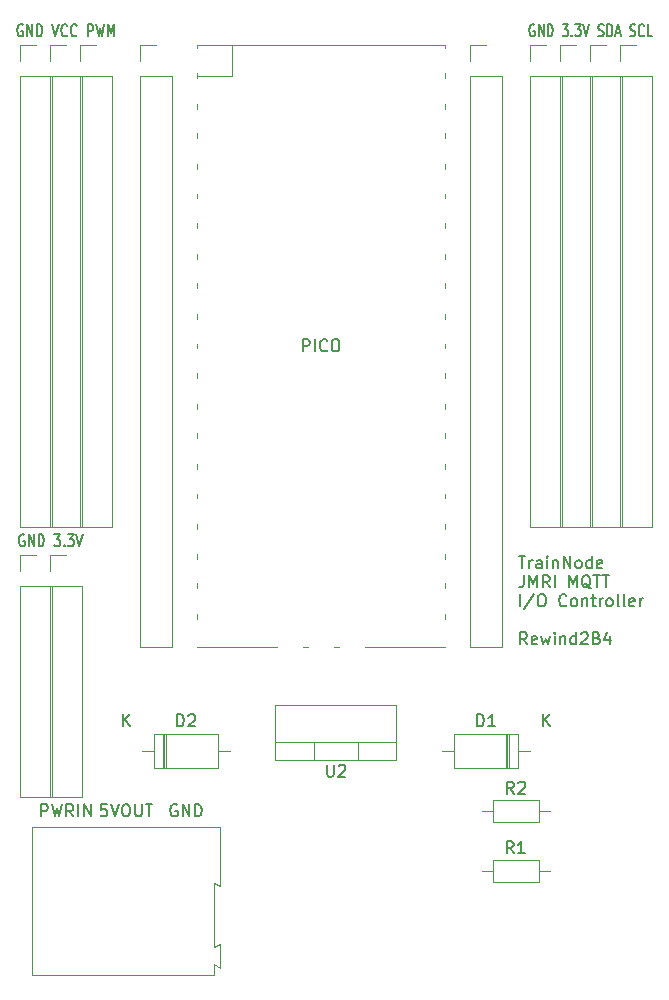
<source format=gto>
G04 #@! TF.GenerationSoftware,KiCad,Pcbnew,6.0.2+dfsg-1*
G04 #@! TF.CreationDate,2024-08-17T12:20:11+10:00*
G04 #@! TF.ProjectId,MQTTDecoderExpansionBoard,4d515454-4465-4636-9f64-657245787061,A*
G04 #@! TF.SameCoordinates,Original*
G04 #@! TF.FileFunction,Legend,Top*
G04 #@! TF.FilePolarity,Positive*
%FSLAX46Y46*%
G04 Gerber Fmt 4.6, Leading zero omitted, Abs format (unit mm)*
G04 Created by KiCad (PCBNEW 6.0.2+dfsg-1) date 2024-08-17 12:20:11*
%MOMM*%
%LPD*%
G01*
G04 APERTURE LIST*
%ADD10C,0.200000*%
%ADD11C,0.187500*%
%ADD12C,0.150000*%
%ADD13C,0.120000*%
G04 APERTURE END LIST*
D10*
X117284761Y-117292380D02*
X117284761Y-116292380D01*
X117665714Y-116292380D01*
X117760952Y-116340000D01*
X117808571Y-116387619D01*
X117856190Y-116482857D01*
X117856190Y-116625714D01*
X117808571Y-116720952D01*
X117760952Y-116768571D01*
X117665714Y-116816190D01*
X117284761Y-116816190D01*
X118189523Y-116292380D02*
X118427619Y-117292380D01*
X118618095Y-116578095D01*
X118808571Y-117292380D01*
X119046666Y-116292380D01*
X119999047Y-117292380D02*
X119665714Y-116816190D01*
X119427619Y-117292380D02*
X119427619Y-116292380D01*
X119808571Y-116292380D01*
X119903809Y-116340000D01*
X119951428Y-116387619D01*
X119999047Y-116482857D01*
X119999047Y-116625714D01*
X119951428Y-116720952D01*
X119903809Y-116768571D01*
X119808571Y-116816190D01*
X119427619Y-116816190D01*
X120427619Y-117292380D02*
X120427619Y-116292380D01*
X120903809Y-117292380D02*
X120903809Y-116292380D01*
X121475238Y-117292380D01*
X121475238Y-116292380D01*
X122845952Y-116292380D02*
X122369761Y-116292380D01*
X122322142Y-116768571D01*
X122369761Y-116720952D01*
X122465000Y-116673333D01*
X122703095Y-116673333D01*
X122798333Y-116720952D01*
X122845952Y-116768571D01*
X122893571Y-116863809D01*
X122893571Y-117101904D01*
X122845952Y-117197142D01*
X122798333Y-117244761D01*
X122703095Y-117292380D01*
X122465000Y-117292380D01*
X122369761Y-117244761D01*
X122322142Y-117197142D01*
X123179285Y-116292380D02*
X123512619Y-117292380D01*
X123845952Y-116292380D01*
X124369761Y-116292380D02*
X124560238Y-116292380D01*
X124655476Y-116340000D01*
X124750714Y-116435238D01*
X124798333Y-116625714D01*
X124798333Y-116959047D01*
X124750714Y-117149523D01*
X124655476Y-117244761D01*
X124560238Y-117292380D01*
X124369761Y-117292380D01*
X124274523Y-117244761D01*
X124179285Y-117149523D01*
X124131666Y-116959047D01*
X124131666Y-116625714D01*
X124179285Y-116435238D01*
X124274523Y-116340000D01*
X124369761Y-116292380D01*
X125226904Y-116292380D02*
X125226904Y-117101904D01*
X125274523Y-117197142D01*
X125322142Y-117244761D01*
X125417380Y-117292380D01*
X125607857Y-117292380D01*
X125703095Y-117244761D01*
X125750714Y-117197142D01*
X125798333Y-117101904D01*
X125798333Y-116292380D01*
X126131666Y-116292380D02*
X126703095Y-116292380D01*
X126417380Y-117292380D02*
X126417380Y-116292380D01*
X128778095Y-116340000D02*
X128682857Y-116292380D01*
X128540000Y-116292380D01*
X128397142Y-116340000D01*
X128301904Y-116435238D01*
X128254285Y-116530476D01*
X128206666Y-116720952D01*
X128206666Y-116863809D01*
X128254285Y-117054285D01*
X128301904Y-117149523D01*
X128397142Y-117244761D01*
X128540000Y-117292380D01*
X128635238Y-117292380D01*
X128778095Y-117244761D01*
X128825714Y-117197142D01*
X128825714Y-116863809D01*
X128635238Y-116863809D01*
X129254285Y-117292380D02*
X129254285Y-116292380D01*
X129825714Y-117292380D01*
X129825714Y-116292380D01*
X130301904Y-117292380D02*
X130301904Y-116292380D01*
X130540000Y-116292380D01*
X130682857Y-116340000D01*
X130778095Y-116435238D01*
X130825714Y-116530476D01*
X130873333Y-116720952D01*
X130873333Y-116863809D01*
X130825714Y-117054285D01*
X130778095Y-117149523D01*
X130682857Y-117244761D01*
X130540000Y-117292380D01*
X130301904Y-117292380D01*
D11*
X159037857Y-50300000D02*
X158966428Y-50252380D01*
X158859285Y-50252380D01*
X158752142Y-50300000D01*
X158680714Y-50395238D01*
X158645000Y-50490476D01*
X158609285Y-50680952D01*
X158609285Y-50823809D01*
X158645000Y-51014285D01*
X158680714Y-51109523D01*
X158752142Y-51204761D01*
X158859285Y-51252380D01*
X158930714Y-51252380D01*
X159037857Y-51204761D01*
X159073571Y-51157142D01*
X159073571Y-50823809D01*
X158930714Y-50823809D01*
X159395000Y-51252380D02*
X159395000Y-50252380D01*
X159823571Y-51252380D01*
X159823571Y-50252380D01*
X160180714Y-51252380D02*
X160180714Y-50252380D01*
X160359285Y-50252380D01*
X160466428Y-50300000D01*
X160537857Y-50395238D01*
X160573571Y-50490476D01*
X160609285Y-50680952D01*
X160609285Y-50823809D01*
X160573571Y-51014285D01*
X160537857Y-51109523D01*
X160466428Y-51204761D01*
X160359285Y-51252380D01*
X160180714Y-51252380D01*
X161430714Y-50252380D02*
X161895000Y-50252380D01*
X161645000Y-50633333D01*
X161752142Y-50633333D01*
X161823571Y-50680952D01*
X161859285Y-50728571D01*
X161895000Y-50823809D01*
X161895000Y-51061904D01*
X161859285Y-51157142D01*
X161823571Y-51204761D01*
X161752142Y-51252380D01*
X161537857Y-51252380D01*
X161466428Y-51204761D01*
X161430714Y-51157142D01*
X162216428Y-51157142D02*
X162252142Y-51204761D01*
X162216428Y-51252380D01*
X162180714Y-51204761D01*
X162216428Y-51157142D01*
X162216428Y-51252380D01*
X162502142Y-50252380D02*
X162966428Y-50252380D01*
X162716428Y-50633333D01*
X162823571Y-50633333D01*
X162895000Y-50680952D01*
X162930714Y-50728571D01*
X162966428Y-50823809D01*
X162966428Y-51061904D01*
X162930714Y-51157142D01*
X162895000Y-51204761D01*
X162823571Y-51252380D01*
X162609285Y-51252380D01*
X162537857Y-51204761D01*
X162502142Y-51157142D01*
X163180714Y-50252380D02*
X163430714Y-51252380D01*
X163680714Y-50252380D01*
X164466428Y-51204761D02*
X164573571Y-51252380D01*
X164752142Y-51252380D01*
X164823571Y-51204761D01*
X164859285Y-51157142D01*
X164895000Y-51061904D01*
X164895000Y-50966666D01*
X164859285Y-50871428D01*
X164823571Y-50823809D01*
X164752142Y-50776190D01*
X164609285Y-50728571D01*
X164537857Y-50680952D01*
X164502142Y-50633333D01*
X164466428Y-50538095D01*
X164466428Y-50442857D01*
X164502142Y-50347619D01*
X164537857Y-50300000D01*
X164609285Y-50252380D01*
X164787857Y-50252380D01*
X164895000Y-50300000D01*
X165216428Y-51252380D02*
X165216428Y-50252380D01*
X165395000Y-50252380D01*
X165502142Y-50300000D01*
X165573571Y-50395238D01*
X165609285Y-50490476D01*
X165645000Y-50680952D01*
X165645000Y-50823809D01*
X165609285Y-51014285D01*
X165573571Y-51109523D01*
X165502142Y-51204761D01*
X165395000Y-51252380D01*
X165216428Y-51252380D01*
X165930714Y-50966666D02*
X166287857Y-50966666D01*
X165859285Y-51252380D02*
X166109285Y-50252380D01*
X166359285Y-51252380D01*
X167145000Y-51204761D02*
X167252142Y-51252380D01*
X167430714Y-51252380D01*
X167502142Y-51204761D01*
X167537857Y-51157142D01*
X167573571Y-51061904D01*
X167573571Y-50966666D01*
X167537857Y-50871428D01*
X167502142Y-50823809D01*
X167430714Y-50776190D01*
X167287857Y-50728571D01*
X167216428Y-50680952D01*
X167180714Y-50633333D01*
X167145000Y-50538095D01*
X167145000Y-50442857D01*
X167180714Y-50347619D01*
X167216428Y-50300000D01*
X167287857Y-50252380D01*
X167466428Y-50252380D01*
X167573571Y-50300000D01*
X168323571Y-51157142D02*
X168287857Y-51204761D01*
X168180714Y-51252380D01*
X168109285Y-51252380D01*
X168002142Y-51204761D01*
X167930714Y-51109523D01*
X167895000Y-51014285D01*
X167859285Y-50823809D01*
X167859285Y-50680952D01*
X167895000Y-50490476D01*
X167930714Y-50395238D01*
X168002142Y-50300000D01*
X168109285Y-50252380D01*
X168180714Y-50252380D01*
X168287857Y-50300000D01*
X168323571Y-50347619D01*
X169002142Y-51252380D02*
X168645000Y-51252380D01*
X168645000Y-50252380D01*
D10*
X115840476Y-93480000D02*
X115764285Y-93432380D01*
X115650000Y-93432380D01*
X115535714Y-93480000D01*
X115459523Y-93575238D01*
X115421428Y-93670476D01*
X115383333Y-93860952D01*
X115383333Y-94003809D01*
X115421428Y-94194285D01*
X115459523Y-94289523D01*
X115535714Y-94384761D01*
X115650000Y-94432380D01*
X115726190Y-94432380D01*
X115840476Y-94384761D01*
X115878571Y-94337142D01*
X115878571Y-94003809D01*
X115726190Y-94003809D01*
X116221428Y-94432380D02*
X116221428Y-93432380D01*
X116678571Y-94432380D01*
X116678571Y-93432380D01*
X117059523Y-94432380D02*
X117059523Y-93432380D01*
X117250000Y-93432380D01*
X117364285Y-93480000D01*
X117440476Y-93575238D01*
X117478571Y-93670476D01*
X117516666Y-93860952D01*
X117516666Y-94003809D01*
X117478571Y-94194285D01*
X117440476Y-94289523D01*
X117364285Y-94384761D01*
X117250000Y-94432380D01*
X117059523Y-94432380D01*
X118392857Y-93432380D02*
X118888095Y-93432380D01*
X118621428Y-93813333D01*
X118735714Y-93813333D01*
X118811904Y-93860952D01*
X118850000Y-93908571D01*
X118888095Y-94003809D01*
X118888095Y-94241904D01*
X118850000Y-94337142D01*
X118811904Y-94384761D01*
X118735714Y-94432380D01*
X118507142Y-94432380D01*
X118430952Y-94384761D01*
X118392857Y-94337142D01*
X119230952Y-94337142D02*
X119269047Y-94384761D01*
X119230952Y-94432380D01*
X119192857Y-94384761D01*
X119230952Y-94337142D01*
X119230952Y-94432380D01*
X119535714Y-93432380D02*
X120030952Y-93432380D01*
X119764285Y-93813333D01*
X119878571Y-93813333D01*
X119954761Y-93860952D01*
X119992857Y-93908571D01*
X120030952Y-94003809D01*
X120030952Y-94241904D01*
X119992857Y-94337142D01*
X119954761Y-94384761D01*
X119878571Y-94432380D01*
X119650000Y-94432380D01*
X119573809Y-94384761D01*
X119535714Y-94337142D01*
X120259523Y-93432380D02*
X120526190Y-94432380D01*
X120792857Y-93432380D01*
X115703809Y-50300000D02*
X115627619Y-50252380D01*
X115513333Y-50252380D01*
X115399047Y-50300000D01*
X115322857Y-50395238D01*
X115284761Y-50490476D01*
X115246666Y-50680952D01*
X115246666Y-50823809D01*
X115284761Y-51014285D01*
X115322857Y-51109523D01*
X115399047Y-51204761D01*
X115513333Y-51252380D01*
X115589523Y-51252380D01*
X115703809Y-51204761D01*
X115741904Y-51157142D01*
X115741904Y-50823809D01*
X115589523Y-50823809D01*
X116084761Y-51252380D02*
X116084761Y-50252380D01*
X116541904Y-51252380D01*
X116541904Y-50252380D01*
X116922857Y-51252380D02*
X116922857Y-50252380D01*
X117113333Y-50252380D01*
X117227619Y-50300000D01*
X117303809Y-50395238D01*
X117341904Y-50490476D01*
X117380000Y-50680952D01*
X117380000Y-50823809D01*
X117341904Y-51014285D01*
X117303809Y-51109523D01*
X117227619Y-51204761D01*
X117113333Y-51252380D01*
X116922857Y-51252380D01*
X118218095Y-50252380D02*
X118484761Y-51252380D01*
X118751428Y-50252380D01*
X119475238Y-51157142D02*
X119437142Y-51204761D01*
X119322857Y-51252380D01*
X119246666Y-51252380D01*
X119132380Y-51204761D01*
X119056190Y-51109523D01*
X119018095Y-51014285D01*
X118980000Y-50823809D01*
X118980000Y-50680952D01*
X119018095Y-50490476D01*
X119056190Y-50395238D01*
X119132380Y-50300000D01*
X119246666Y-50252380D01*
X119322857Y-50252380D01*
X119437142Y-50300000D01*
X119475238Y-50347619D01*
X120275238Y-51157142D02*
X120237142Y-51204761D01*
X120122857Y-51252380D01*
X120046666Y-51252380D01*
X119932380Y-51204761D01*
X119856190Y-51109523D01*
X119818095Y-51014285D01*
X119780000Y-50823809D01*
X119780000Y-50680952D01*
X119818095Y-50490476D01*
X119856190Y-50395238D01*
X119932380Y-50300000D01*
X120046666Y-50252380D01*
X120122857Y-50252380D01*
X120237142Y-50300000D01*
X120275238Y-50347619D01*
X121227619Y-51252380D02*
X121227619Y-50252380D01*
X121532380Y-50252380D01*
X121608571Y-50300000D01*
X121646666Y-50347619D01*
X121684761Y-50442857D01*
X121684761Y-50585714D01*
X121646666Y-50680952D01*
X121608571Y-50728571D01*
X121532380Y-50776190D01*
X121227619Y-50776190D01*
X121951428Y-50252380D02*
X122141904Y-51252380D01*
X122294285Y-50538095D01*
X122446666Y-51252380D01*
X122637142Y-50252380D01*
X122941904Y-51252380D02*
X122941904Y-50252380D01*
X123208571Y-50966666D01*
X123475238Y-50252380D01*
X123475238Y-51252380D01*
X157705238Y-95292380D02*
X158276666Y-95292380D01*
X157990952Y-96292380D02*
X157990952Y-95292380D01*
X158610000Y-96292380D02*
X158610000Y-95625714D01*
X158610000Y-95816190D02*
X158657619Y-95720952D01*
X158705238Y-95673333D01*
X158800476Y-95625714D01*
X158895714Y-95625714D01*
X159657619Y-96292380D02*
X159657619Y-95768571D01*
X159610000Y-95673333D01*
X159514761Y-95625714D01*
X159324285Y-95625714D01*
X159229047Y-95673333D01*
X159657619Y-96244761D02*
X159562380Y-96292380D01*
X159324285Y-96292380D01*
X159229047Y-96244761D01*
X159181428Y-96149523D01*
X159181428Y-96054285D01*
X159229047Y-95959047D01*
X159324285Y-95911428D01*
X159562380Y-95911428D01*
X159657619Y-95863809D01*
X160133809Y-96292380D02*
X160133809Y-95625714D01*
X160133809Y-95292380D02*
X160086190Y-95340000D01*
X160133809Y-95387619D01*
X160181428Y-95340000D01*
X160133809Y-95292380D01*
X160133809Y-95387619D01*
X160610000Y-95625714D02*
X160610000Y-96292380D01*
X160610000Y-95720952D02*
X160657619Y-95673333D01*
X160752857Y-95625714D01*
X160895714Y-95625714D01*
X160990952Y-95673333D01*
X161038571Y-95768571D01*
X161038571Y-96292380D01*
X161514761Y-96292380D02*
X161514761Y-95292380D01*
X162086190Y-96292380D01*
X162086190Y-95292380D01*
X162705238Y-96292380D02*
X162610000Y-96244761D01*
X162562380Y-96197142D01*
X162514761Y-96101904D01*
X162514761Y-95816190D01*
X162562380Y-95720952D01*
X162610000Y-95673333D01*
X162705238Y-95625714D01*
X162848095Y-95625714D01*
X162943333Y-95673333D01*
X162990952Y-95720952D01*
X163038571Y-95816190D01*
X163038571Y-96101904D01*
X162990952Y-96197142D01*
X162943333Y-96244761D01*
X162848095Y-96292380D01*
X162705238Y-96292380D01*
X163895714Y-96292380D02*
X163895714Y-95292380D01*
X163895714Y-96244761D02*
X163800476Y-96292380D01*
X163610000Y-96292380D01*
X163514761Y-96244761D01*
X163467142Y-96197142D01*
X163419523Y-96101904D01*
X163419523Y-95816190D01*
X163467142Y-95720952D01*
X163514761Y-95673333D01*
X163610000Y-95625714D01*
X163800476Y-95625714D01*
X163895714Y-95673333D01*
X164752857Y-96244761D02*
X164657619Y-96292380D01*
X164467142Y-96292380D01*
X164371904Y-96244761D01*
X164324285Y-96149523D01*
X164324285Y-95768571D01*
X164371904Y-95673333D01*
X164467142Y-95625714D01*
X164657619Y-95625714D01*
X164752857Y-95673333D01*
X164800476Y-95768571D01*
X164800476Y-95863809D01*
X164324285Y-95959047D01*
X158133809Y-96902380D02*
X158133809Y-97616666D01*
X158086190Y-97759523D01*
X157990952Y-97854761D01*
X157848095Y-97902380D01*
X157752857Y-97902380D01*
X158610000Y-97902380D02*
X158610000Y-96902380D01*
X158943333Y-97616666D01*
X159276666Y-96902380D01*
X159276666Y-97902380D01*
X160324285Y-97902380D02*
X159990952Y-97426190D01*
X159752857Y-97902380D02*
X159752857Y-96902380D01*
X160133809Y-96902380D01*
X160229047Y-96950000D01*
X160276666Y-96997619D01*
X160324285Y-97092857D01*
X160324285Y-97235714D01*
X160276666Y-97330952D01*
X160229047Y-97378571D01*
X160133809Y-97426190D01*
X159752857Y-97426190D01*
X160752857Y-97902380D02*
X160752857Y-96902380D01*
X161990952Y-97902380D02*
X161990952Y-96902380D01*
X162324285Y-97616666D01*
X162657619Y-96902380D01*
X162657619Y-97902380D01*
X163800476Y-97997619D02*
X163705238Y-97950000D01*
X163610000Y-97854761D01*
X163467142Y-97711904D01*
X163371904Y-97664285D01*
X163276666Y-97664285D01*
X163324285Y-97902380D02*
X163229047Y-97854761D01*
X163133809Y-97759523D01*
X163086190Y-97569047D01*
X163086190Y-97235714D01*
X163133809Y-97045238D01*
X163229047Y-96950000D01*
X163324285Y-96902380D01*
X163514761Y-96902380D01*
X163610000Y-96950000D01*
X163705238Y-97045238D01*
X163752857Y-97235714D01*
X163752857Y-97569047D01*
X163705238Y-97759523D01*
X163610000Y-97854761D01*
X163514761Y-97902380D01*
X163324285Y-97902380D01*
X164038571Y-96902380D02*
X164610000Y-96902380D01*
X164324285Y-97902380D02*
X164324285Y-96902380D01*
X164800476Y-96902380D02*
X165371904Y-96902380D01*
X165086190Y-97902380D02*
X165086190Y-96902380D01*
X157848095Y-99512380D02*
X157848095Y-98512380D01*
X159038571Y-98464761D02*
X158181428Y-99750476D01*
X159562380Y-98512380D02*
X159752857Y-98512380D01*
X159848095Y-98560000D01*
X159943333Y-98655238D01*
X159990952Y-98845714D01*
X159990952Y-99179047D01*
X159943333Y-99369523D01*
X159848095Y-99464761D01*
X159752857Y-99512380D01*
X159562380Y-99512380D01*
X159467142Y-99464761D01*
X159371904Y-99369523D01*
X159324285Y-99179047D01*
X159324285Y-98845714D01*
X159371904Y-98655238D01*
X159467142Y-98560000D01*
X159562380Y-98512380D01*
X161752857Y-99417142D02*
X161705238Y-99464761D01*
X161562380Y-99512380D01*
X161467142Y-99512380D01*
X161324285Y-99464761D01*
X161229047Y-99369523D01*
X161181428Y-99274285D01*
X161133809Y-99083809D01*
X161133809Y-98940952D01*
X161181428Y-98750476D01*
X161229047Y-98655238D01*
X161324285Y-98560000D01*
X161467142Y-98512380D01*
X161562380Y-98512380D01*
X161705238Y-98560000D01*
X161752857Y-98607619D01*
X162324285Y-99512380D02*
X162229047Y-99464761D01*
X162181428Y-99417142D01*
X162133809Y-99321904D01*
X162133809Y-99036190D01*
X162181428Y-98940952D01*
X162229047Y-98893333D01*
X162324285Y-98845714D01*
X162467142Y-98845714D01*
X162562380Y-98893333D01*
X162610000Y-98940952D01*
X162657619Y-99036190D01*
X162657619Y-99321904D01*
X162610000Y-99417142D01*
X162562380Y-99464761D01*
X162467142Y-99512380D01*
X162324285Y-99512380D01*
X163086190Y-98845714D02*
X163086190Y-99512380D01*
X163086190Y-98940952D02*
X163133809Y-98893333D01*
X163229047Y-98845714D01*
X163371904Y-98845714D01*
X163467142Y-98893333D01*
X163514761Y-98988571D01*
X163514761Y-99512380D01*
X163848095Y-98845714D02*
X164229047Y-98845714D01*
X163990952Y-98512380D02*
X163990952Y-99369523D01*
X164038571Y-99464761D01*
X164133809Y-99512380D01*
X164229047Y-99512380D01*
X164562380Y-99512380D02*
X164562380Y-98845714D01*
X164562380Y-99036190D02*
X164610000Y-98940952D01*
X164657619Y-98893333D01*
X164752857Y-98845714D01*
X164848095Y-98845714D01*
X165324285Y-99512380D02*
X165229047Y-99464761D01*
X165181428Y-99417142D01*
X165133809Y-99321904D01*
X165133809Y-99036190D01*
X165181428Y-98940952D01*
X165229047Y-98893333D01*
X165324285Y-98845714D01*
X165467142Y-98845714D01*
X165562380Y-98893333D01*
X165610000Y-98940952D01*
X165657619Y-99036190D01*
X165657619Y-99321904D01*
X165610000Y-99417142D01*
X165562380Y-99464761D01*
X165467142Y-99512380D01*
X165324285Y-99512380D01*
X166229047Y-99512380D02*
X166133809Y-99464761D01*
X166086190Y-99369523D01*
X166086190Y-98512380D01*
X166752857Y-99512380D02*
X166657619Y-99464761D01*
X166610000Y-99369523D01*
X166610000Y-98512380D01*
X167514761Y-99464761D02*
X167419523Y-99512380D01*
X167229047Y-99512380D01*
X167133809Y-99464761D01*
X167086190Y-99369523D01*
X167086190Y-98988571D01*
X167133809Y-98893333D01*
X167229047Y-98845714D01*
X167419523Y-98845714D01*
X167514761Y-98893333D01*
X167562380Y-98988571D01*
X167562380Y-99083809D01*
X167086190Y-99179047D01*
X167990952Y-99512380D02*
X167990952Y-98845714D01*
X167990952Y-99036190D02*
X168038571Y-98940952D01*
X168086190Y-98893333D01*
X168181428Y-98845714D01*
X168276666Y-98845714D01*
X158419523Y-102732380D02*
X158086190Y-102256190D01*
X157848095Y-102732380D02*
X157848095Y-101732380D01*
X158229047Y-101732380D01*
X158324285Y-101780000D01*
X158371904Y-101827619D01*
X158419523Y-101922857D01*
X158419523Y-102065714D01*
X158371904Y-102160952D01*
X158324285Y-102208571D01*
X158229047Y-102256190D01*
X157848095Y-102256190D01*
X159229047Y-102684761D02*
X159133809Y-102732380D01*
X158943333Y-102732380D01*
X158848095Y-102684761D01*
X158800476Y-102589523D01*
X158800476Y-102208571D01*
X158848095Y-102113333D01*
X158943333Y-102065714D01*
X159133809Y-102065714D01*
X159229047Y-102113333D01*
X159276666Y-102208571D01*
X159276666Y-102303809D01*
X158800476Y-102399047D01*
X159610000Y-102065714D02*
X159800476Y-102732380D01*
X159990952Y-102256190D01*
X160181428Y-102732380D01*
X160371904Y-102065714D01*
X160752857Y-102732380D02*
X160752857Y-102065714D01*
X160752857Y-101732380D02*
X160705238Y-101780000D01*
X160752857Y-101827619D01*
X160800476Y-101780000D01*
X160752857Y-101732380D01*
X160752857Y-101827619D01*
X161229047Y-102065714D02*
X161229047Y-102732380D01*
X161229047Y-102160952D02*
X161276666Y-102113333D01*
X161371904Y-102065714D01*
X161514761Y-102065714D01*
X161610000Y-102113333D01*
X161657619Y-102208571D01*
X161657619Y-102732380D01*
X162562380Y-102732380D02*
X162562380Y-101732380D01*
X162562380Y-102684761D02*
X162467142Y-102732380D01*
X162276666Y-102732380D01*
X162181428Y-102684761D01*
X162133809Y-102637142D01*
X162086190Y-102541904D01*
X162086190Y-102256190D01*
X162133809Y-102160952D01*
X162181428Y-102113333D01*
X162276666Y-102065714D01*
X162467142Y-102065714D01*
X162562380Y-102113333D01*
X162990952Y-101827619D02*
X163038571Y-101780000D01*
X163133809Y-101732380D01*
X163371904Y-101732380D01*
X163467142Y-101780000D01*
X163514761Y-101827619D01*
X163562380Y-101922857D01*
X163562380Y-102018095D01*
X163514761Y-102160952D01*
X162943333Y-102732380D01*
X163562380Y-102732380D01*
X164324285Y-102208571D02*
X164467142Y-102256190D01*
X164514761Y-102303809D01*
X164562380Y-102399047D01*
X164562380Y-102541904D01*
X164514761Y-102637142D01*
X164467142Y-102684761D01*
X164371904Y-102732380D01*
X163990952Y-102732380D01*
X163990952Y-101732380D01*
X164324285Y-101732380D01*
X164419523Y-101780000D01*
X164467142Y-101827619D01*
X164514761Y-101922857D01*
X164514761Y-102018095D01*
X164467142Y-102113333D01*
X164419523Y-102160952D01*
X164324285Y-102208571D01*
X163990952Y-102208571D01*
X165419523Y-102065714D02*
X165419523Y-102732380D01*
X165181428Y-101684761D02*
X164943333Y-102399047D01*
X165562380Y-102399047D01*
D12*
X157313333Y-115372380D02*
X156980000Y-114896190D01*
X156741904Y-115372380D02*
X156741904Y-114372380D01*
X157122857Y-114372380D01*
X157218095Y-114420000D01*
X157265714Y-114467619D01*
X157313333Y-114562857D01*
X157313333Y-114705714D01*
X157265714Y-114800952D01*
X157218095Y-114848571D01*
X157122857Y-114896190D01*
X156741904Y-114896190D01*
X157694285Y-114467619D02*
X157741904Y-114420000D01*
X157837142Y-114372380D01*
X158075238Y-114372380D01*
X158170476Y-114420000D01*
X158218095Y-114467619D01*
X158265714Y-114562857D01*
X158265714Y-114658095D01*
X158218095Y-114800952D01*
X157646666Y-115372380D01*
X158265714Y-115372380D01*
X139446190Y-77922380D02*
X139446190Y-76922380D01*
X139827142Y-76922380D01*
X139922380Y-76970000D01*
X139970000Y-77017619D01*
X140017619Y-77112857D01*
X140017619Y-77255714D01*
X139970000Y-77350952D01*
X139922380Y-77398571D01*
X139827142Y-77446190D01*
X139446190Y-77446190D01*
X140446190Y-77922380D02*
X140446190Y-76922380D01*
X141493809Y-77827142D02*
X141446190Y-77874761D01*
X141303333Y-77922380D01*
X141208095Y-77922380D01*
X141065238Y-77874761D01*
X140970000Y-77779523D01*
X140922380Y-77684285D01*
X140874761Y-77493809D01*
X140874761Y-77350952D01*
X140922380Y-77160476D01*
X140970000Y-77065238D01*
X141065238Y-76970000D01*
X141208095Y-76922380D01*
X141303333Y-76922380D01*
X141446190Y-76970000D01*
X141493809Y-77017619D01*
X142112857Y-76922380D02*
X142303333Y-76922380D01*
X142398571Y-76970000D01*
X142493809Y-77065238D01*
X142541428Y-77255714D01*
X142541428Y-77589047D01*
X142493809Y-77779523D01*
X142398571Y-77874761D01*
X142303333Y-77922380D01*
X142112857Y-77922380D01*
X142017619Y-77874761D01*
X141922380Y-77779523D01*
X141874761Y-77589047D01*
X141874761Y-77255714D01*
X141922380Y-77065238D01*
X142017619Y-76970000D01*
X142112857Y-76922380D01*
X128801904Y-109672380D02*
X128801904Y-108672380D01*
X129040000Y-108672380D01*
X129182857Y-108720000D01*
X129278095Y-108815238D01*
X129325714Y-108910476D01*
X129373333Y-109100952D01*
X129373333Y-109243809D01*
X129325714Y-109434285D01*
X129278095Y-109529523D01*
X129182857Y-109624761D01*
X129040000Y-109672380D01*
X128801904Y-109672380D01*
X129754285Y-108767619D02*
X129801904Y-108720000D01*
X129897142Y-108672380D01*
X130135238Y-108672380D01*
X130230476Y-108720000D01*
X130278095Y-108767619D01*
X130325714Y-108862857D01*
X130325714Y-108958095D01*
X130278095Y-109100952D01*
X129706666Y-109672380D01*
X130325714Y-109672380D01*
X124198095Y-109672380D02*
X124198095Y-108672380D01*
X124769523Y-109672380D02*
X124340952Y-109100952D01*
X124769523Y-108672380D02*
X124198095Y-109243809D01*
X141478095Y-112942380D02*
X141478095Y-113751904D01*
X141525714Y-113847142D01*
X141573333Y-113894761D01*
X141668571Y-113942380D01*
X141859047Y-113942380D01*
X141954285Y-113894761D01*
X142001904Y-113847142D01*
X142049523Y-113751904D01*
X142049523Y-112942380D01*
X142478095Y-113037619D02*
X142525714Y-112990000D01*
X142620952Y-112942380D01*
X142859047Y-112942380D01*
X142954285Y-112990000D01*
X143001904Y-113037619D01*
X143049523Y-113132857D01*
X143049523Y-113228095D01*
X143001904Y-113370952D01*
X142430476Y-113942380D01*
X143049523Y-113942380D01*
X157283721Y-120420425D02*
X156950388Y-119944235D01*
X156712292Y-120420425D02*
X156712292Y-119420425D01*
X157093245Y-119420425D01*
X157188483Y-119468045D01*
X157236102Y-119515664D01*
X157283721Y-119610902D01*
X157283721Y-119753759D01*
X157236102Y-119848997D01*
X157188483Y-119896616D01*
X157093245Y-119944235D01*
X156712292Y-119944235D01*
X158236102Y-120420425D02*
X157664673Y-120420425D01*
X157950388Y-120420425D02*
X157950388Y-119420425D01*
X157855149Y-119563283D01*
X157759911Y-119658521D01*
X157664673Y-119706140D01*
X154201904Y-109672380D02*
X154201904Y-108672380D01*
X154440000Y-108672380D01*
X154582857Y-108720000D01*
X154678095Y-108815238D01*
X154725714Y-108910476D01*
X154773333Y-109100952D01*
X154773333Y-109243809D01*
X154725714Y-109434285D01*
X154678095Y-109529523D01*
X154582857Y-109624761D01*
X154440000Y-109672380D01*
X154201904Y-109672380D01*
X155725714Y-109672380D02*
X155154285Y-109672380D01*
X155440000Y-109672380D02*
X155440000Y-108672380D01*
X155344761Y-108815238D01*
X155249523Y-108910476D01*
X155154285Y-108958095D01*
X159758095Y-109672380D02*
X159758095Y-108672380D01*
X160329523Y-109672380D02*
X159900952Y-109100952D01*
X160329523Y-108672380D02*
X159758095Y-109243809D01*
D13*
X158690000Y-52010000D02*
X160020000Y-52010000D01*
X158690000Y-54610000D02*
X158690000Y-92770000D01*
X161350000Y-54610000D02*
X161350000Y-92770000D01*
X158690000Y-54610000D02*
X161350000Y-54610000D01*
X158690000Y-92770000D02*
X161350000Y-92770000D01*
X158690000Y-53340000D02*
X158690000Y-52010000D01*
X159400000Y-115920000D02*
X155560000Y-115920000D01*
X159400000Y-117760000D02*
X159400000Y-115920000D01*
X155560000Y-117760000D02*
X159400000Y-117760000D01*
X155560000Y-115920000D02*
X155560000Y-117760000D01*
X160350000Y-116840000D02*
X159400000Y-116840000D01*
X154610000Y-116840000D02*
X155560000Y-116840000D01*
X128330000Y-54610000D02*
X128330000Y-102930000D01*
X125670000Y-54610000D02*
X125670000Y-102930000D01*
X125670000Y-53340000D02*
X125670000Y-52010000D01*
X125670000Y-52010000D02*
X127000000Y-52010000D01*
X125670000Y-54610000D02*
X128330000Y-54610000D01*
X125670000Y-102930000D02*
X128330000Y-102930000D01*
X166310000Y-54610000D02*
X166310000Y-92770000D01*
X166310000Y-52010000D02*
X167640000Y-52010000D01*
X168970000Y-54610000D02*
X168970000Y-92770000D01*
X166310000Y-92770000D02*
X168970000Y-92770000D01*
X166310000Y-54610000D02*
X168970000Y-54610000D01*
X166310000Y-53340000D02*
X166310000Y-52010000D01*
X151470000Y-77270000D02*
X151470000Y-77670000D01*
X151470000Y-100170000D02*
X151470000Y-100570000D01*
X151470000Y-56970000D02*
X151470000Y-57370000D01*
X151470000Y-102970000D02*
X144670000Y-102970000D01*
X151470000Y-74770000D02*
X151470000Y-75170000D01*
X151470000Y-62070000D02*
X151470000Y-62470000D01*
X130470000Y-84870000D02*
X130470000Y-85270000D01*
X142070000Y-102970000D02*
X142470000Y-102970000D01*
X130470000Y-72170000D02*
X130470000Y-72570000D01*
X130470000Y-87470000D02*
X130470000Y-87870000D01*
X151470000Y-92570000D02*
X151470000Y-92970000D01*
X151470000Y-82370000D02*
X151470000Y-82770000D01*
X130470000Y-95070000D02*
X130470000Y-95470000D01*
X130470000Y-64570000D02*
X130470000Y-64970000D01*
X130470000Y-54637000D02*
X133477000Y-54637000D01*
X151470000Y-59470000D02*
X151470000Y-59870000D01*
X130470000Y-77270000D02*
X130470000Y-77670000D01*
X151470000Y-84870000D02*
X151470000Y-85270000D01*
X151470000Y-72170000D02*
X151470000Y-72570000D01*
X151470000Y-97570000D02*
X151470000Y-97970000D01*
X130470000Y-97570000D02*
X130470000Y-97970000D01*
X130470000Y-51970000D02*
X151470000Y-51970000D01*
X151470000Y-89970000D02*
X151470000Y-90370000D01*
X151470000Y-67070000D02*
X151470000Y-67470000D01*
X130470000Y-79770000D02*
X130470000Y-80170000D01*
X151470000Y-87470000D02*
X151470000Y-87870000D01*
X151470000Y-54370000D02*
X151470000Y-54770000D01*
X130470000Y-56970000D02*
X130470000Y-57370000D01*
X130470000Y-54370000D02*
X130470000Y-54770000D01*
X151470000Y-51970000D02*
X151470000Y-52270000D01*
X130470000Y-59470000D02*
X130470000Y-59870000D01*
X151470000Y-69670000D02*
X151470000Y-70070000D01*
X130470000Y-92570000D02*
X130470000Y-92970000D01*
X133477000Y-54637000D02*
X133477000Y-51970000D01*
X130470000Y-67070000D02*
X130470000Y-67470000D01*
X130470000Y-69670000D02*
X130470000Y-70070000D01*
X151470000Y-64570000D02*
X151470000Y-64970000D01*
X130470000Y-74770000D02*
X130470000Y-75170000D01*
X130470000Y-82370000D02*
X130470000Y-82770000D01*
X130470000Y-100170000D02*
X130470000Y-100570000D01*
X151470000Y-79770000D02*
X151470000Y-80170000D01*
X130470000Y-89970000D02*
X130470000Y-90370000D01*
X139470000Y-102970000D02*
X139870000Y-102970000D01*
X137270000Y-102970000D02*
X130470000Y-102970000D01*
X130470000Y-62070000D02*
X130470000Y-62470000D01*
X151470000Y-95070000D02*
X151470000Y-95470000D01*
X130470000Y-51970000D02*
X130470000Y-52270000D01*
X126820000Y-110290000D02*
X126820000Y-113230000D01*
X126820000Y-113230000D02*
X132260000Y-113230000D01*
X125800000Y-111760000D02*
X126820000Y-111760000D01*
X133280000Y-111760000D02*
X132260000Y-111760000D01*
X127720000Y-110290000D02*
X127720000Y-113230000D01*
X132260000Y-113230000D02*
X132260000Y-110290000D01*
X132260000Y-110290000D02*
X126820000Y-110290000D01*
X127840000Y-110290000D02*
X127840000Y-113230000D01*
X127600000Y-110290000D02*
X127600000Y-113230000D01*
X147360000Y-107849000D02*
X137120000Y-107849000D01*
X144090000Y-112490000D02*
X144090000Y-110980000D01*
X147360000Y-112490000D02*
X147360000Y-107849000D01*
X140389000Y-112490000D02*
X140389000Y-110980000D01*
X147360000Y-112490000D02*
X137120000Y-112490000D01*
X147360000Y-110980000D02*
X137120000Y-110980000D01*
X137120000Y-112490000D02*
X137120000Y-107849000D01*
X161230000Y-54610000D02*
X161230000Y-92770000D01*
X161230000Y-92770000D02*
X163890000Y-92770000D01*
X161230000Y-52010000D02*
X162560000Y-52010000D01*
X163890000Y-54610000D02*
X163890000Y-92770000D01*
X161230000Y-54610000D02*
X163890000Y-54610000D01*
X161230000Y-53340000D02*
X161230000Y-52010000D01*
X163770000Y-54610000D02*
X166430000Y-54610000D01*
X163770000Y-52010000D02*
X165100000Y-52010000D01*
X163770000Y-54610000D02*
X163770000Y-92770000D01*
X163770000Y-92770000D02*
X166430000Y-92770000D01*
X166430000Y-54610000D02*
X166430000Y-92770000D01*
X163770000Y-53340000D02*
X163770000Y-52010000D01*
X120710000Y-54610000D02*
X120710000Y-92770000D01*
X118050000Y-92770000D02*
X120710000Y-92770000D01*
X118050000Y-54610000D02*
X120710000Y-54610000D01*
X118050000Y-53340000D02*
X118050000Y-52010000D01*
X118050000Y-52010000D02*
X119380000Y-52010000D01*
X118050000Y-54610000D02*
X118050000Y-92770000D01*
X115510000Y-92770000D02*
X118170000Y-92770000D01*
X115510000Y-53340000D02*
X115510000Y-52010000D01*
X118170000Y-54610000D02*
X118170000Y-92770000D01*
X115510000Y-54610000D02*
X115510000Y-92770000D01*
X115510000Y-54610000D02*
X118170000Y-54610000D01*
X115510000Y-52010000D02*
X116840000Y-52010000D01*
X155560000Y-121000000D02*
X155560000Y-122840000D01*
X159400000Y-122840000D02*
X159400000Y-121000000D01*
X154610000Y-121920000D02*
X155560000Y-121920000D01*
X160350000Y-121920000D02*
X159400000Y-121920000D01*
X159400000Y-121000000D02*
X155560000Y-121000000D01*
X155560000Y-122840000D02*
X159400000Y-122840000D01*
X116515000Y-130770000D02*
X131915000Y-130770000D01*
X116515000Y-118170000D02*
X116515000Y-130770000D01*
X131915000Y-122970000D02*
X132415000Y-123220000D01*
X132415000Y-130120000D02*
X132415000Y-128120000D01*
X132415000Y-123220000D02*
X132415000Y-118170000D01*
X132415000Y-128120000D02*
X131915000Y-128370000D01*
X131915000Y-128370000D02*
X131915000Y-122970000D01*
X131915000Y-129820000D02*
X132415000Y-130120000D01*
X132415000Y-118170000D02*
X116515000Y-118170000D01*
X131915000Y-130770000D02*
X131915000Y-129820000D01*
X153610000Y-54610000D02*
X156270000Y-54610000D01*
X153610000Y-102930000D02*
X156270000Y-102930000D01*
X153610000Y-53340000D02*
X153610000Y-52010000D01*
X153610000Y-52010000D02*
X154940000Y-52010000D01*
X153610000Y-54610000D02*
X153610000Y-102930000D01*
X156270000Y-54610000D02*
X156270000Y-102930000D01*
X158680000Y-111760000D02*
X157660000Y-111760000D01*
X156880000Y-113230000D02*
X156880000Y-110290000D01*
X157660000Y-113230000D02*
X157660000Y-110290000D01*
X152220000Y-113230000D02*
X157660000Y-113230000D01*
X152220000Y-110290000D02*
X152220000Y-113230000D01*
X157660000Y-110290000D02*
X152220000Y-110290000D01*
X156640000Y-113230000D02*
X156640000Y-110290000D01*
X151200000Y-111760000D02*
X152220000Y-111760000D01*
X156760000Y-113230000D02*
X156760000Y-110290000D01*
X120710000Y-97790000D02*
X120710000Y-115630000D01*
X118050000Y-96520000D02*
X118050000Y-95190000D01*
X118050000Y-115630000D02*
X120710000Y-115630000D01*
X118050000Y-97790000D02*
X120710000Y-97790000D01*
X118050000Y-95190000D02*
X119380000Y-95190000D01*
X118050000Y-97790000D02*
X118050000Y-115630000D01*
X115510000Y-97790000D02*
X115510000Y-115630000D01*
X118170000Y-97790000D02*
X118170000Y-115630000D01*
X115510000Y-97790000D02*
X118170000Y-97790000D01*
X115510000Y-115630000D02*
X118170000Y-115630000D01*
X115510000Y-95190000D02*
X116840000Y-95190000D01*
X115510000Y-96520000D02*
X115510000Y-95190000D01*
X120590000Y-92770000D02*
X123250000Y-92770000D01*
X120590000Y-52010000D02*
X121920000Y-52010000D01*
X120590000Y-53340000D02*
X120590000Y-52010000D01*
X123250000Y-54610000D02*
X123250000Y-92770000D01*
X120590000Y-54610000D02*
X123250000Y-54610000D01*
X120590000Y-54610000D02*
X120590000Y-92770000D01*
M02*

</source>
